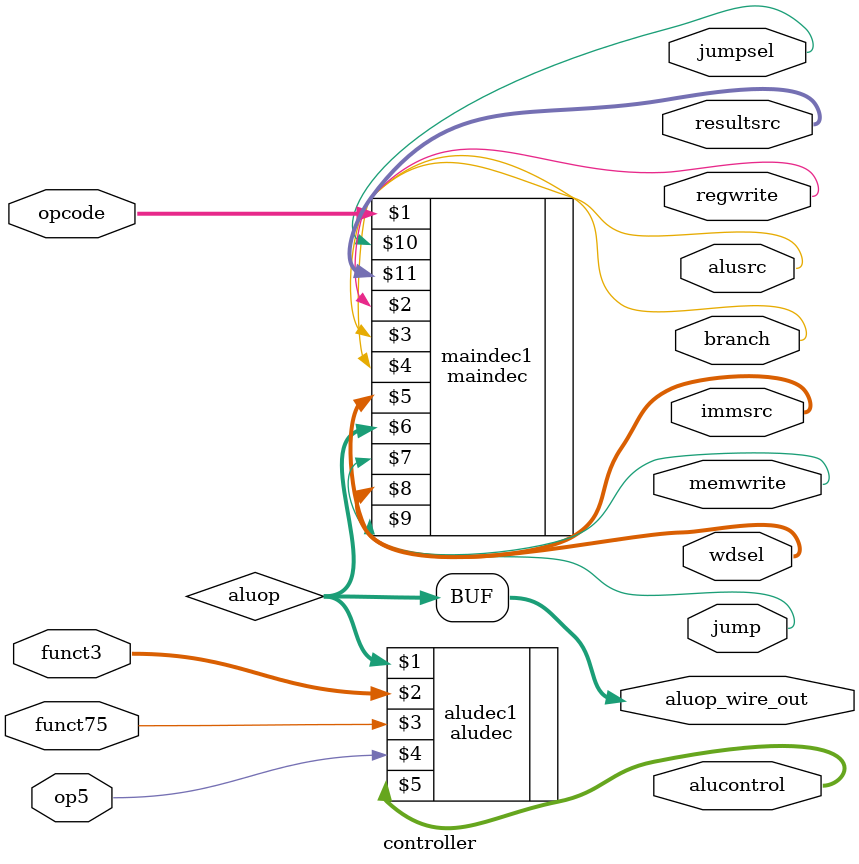
<source format=sv>
module controller(input wire [6:0] opcode,
						input wire [14:12] funct3,
						input wire funct75,
						input wire op5,
						output wire [3:0] alucontrol,
						output wire regwrite,alusrc,branch,memwrite,
						output wire [1:0] wdsel,
						output wire jump,jumpsel,
						output wire [2:0] immsrc,
						output wire [1:0] resultsrc,
						output wire [1:0] aluop_wire_out);
						
	wire [1:0] aluop;

	aludec aludec1(aluop,funct3,funct75,op5,alucontrol);
	maindec maindec1(opcode,regwrite,alusrc,branch,immsrc,aluop,memwrite,wdsel,jump,jumpsel,resultsrc);
	
	assign aluop_wire_out=aluop;
	
endmodule

</source>
